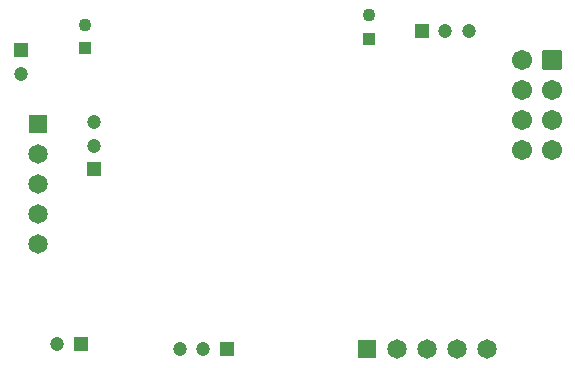
<source format=gbs>
G04 #@! TF.GenerationSoftware,KiCad,Pcbnew,8.0.7*
G04 #@! TF.CreationDate,2025-01-30T16:18:46+01:00*
G04 #@! TF.ProjectId,schematics,73636865-6d61-4746-9963-732e6b696361,rev?*
G04 #@! TF.SameCoordinates,Original*
G04 #@! TF.FileFunction,Soldermask,Bot*
G04 #@! TF.FilePolarity,Negative*
%FSLAX46Y46*%
G04 Gerber Fmt 4.6, Leading zero omitted, Abs format (unit mm)*
G04 Created by KiCad (PCBNEW 8.0.7) date 2025-01-30 16:18:46*
%MOMM*%
%LPD*%
G01*
G04 APERTURE LIST*
G04 Aperture macros list*
%AMRoundRect*
0 Rectangle with rounded corners*
0 $1 Rounding radius*
0 $2 $3 $4 $5 $6 $7 $8 $9 X,Y pos of 4 corners*
0 Add a 4 corners polygon primitive as box body*
4,1,4,$2,$3,$4,$5,$6,$7,$8,$9,$2,$3,0*
0 Add four circle primitives for the rounded corners*
1,1,$1+$1,$2,$3*
1,1,$1+$1,$4,$5*
1,1,$1+$1,$6,$7*
1,1,$1+$1,$8,$9*
0 Add four rect primitives between the rounded corners*
20,1,$1+$1,$2,$3,$4,$5,0*
20,1,$1+$1,$4,$5,$6,$7,0*
20,1,$1+$1,$6,$7,$8,$9,0*
20,1,$1+$1,$8,$9,$2,$3,0*%
G04 Aperture macros list end*
%ADD10R,1.100000X1.100000*%
%ADD11C,1.100000*%
%ADD12R,1.200000X1.200000*%
%ADD13C,1.200000*%
%ADD14RoundRect,0.102000X-0.750000X0.750000X-0.750000X-0.750000X0.750000X-0.750000X0.750000X0.750000X0*%
%ADD15C,1.704000*%
%ADD16R,1.650000X1.650000*%
%ADD17C,1.650000*%
G04 APERTURE END LIST*
D10*
X149500000Y-52210000D03*
D11*
X149500000Y-50210000D03*
D12*
X154000000Y-51500000D03*
D13*
X156000000Y-51500000D03*
X158000000Y-51500000D03*
D10*
X125500000Y-53000000D03*
D11*
X125500000Y-51000000D03*
D14*
X164990000Y-53990000D03*
D15*
X164990000Y-56530000D03*
X164990000Y-59070000D03*
X164990000Y-61610000D03*
X162450000Y-53990000D03*
X162450000Y-56530000D03*
X162450000Y-59070000D03*
X162450000Y-61610000D03*
D16*
X149380000Y-78500000D03*
D17*
X151920000Y-78500000D03*
X154460000Y-78500000D03*
X157000000Y-78500000D03*
X159540000Y-78500000D03*
D12*
X120050000Y-53150000D03*
D13*
X120050000Y-55150000D03*
D12*
X126250000Y-63250000D03*
D13*
X126250000Y-61250000D03*
X126250000Y-59250000D03*
D12*
X125150000Y-78000000D03*
D13*
X123150000Y-78000000D03*
D16*
X121500000Y-59420000D03*
D17*
X121500000Y-61960000D03*
X121500000Y-64500000D03*
X121500000Y-67040000D03*
X121500000Y-69580000D03*
D12*
X137500000Y-78500000D03*
D13*
X135500000Y-78500000D03*
X133500000Y-78500000D03*
M02*

</source>
